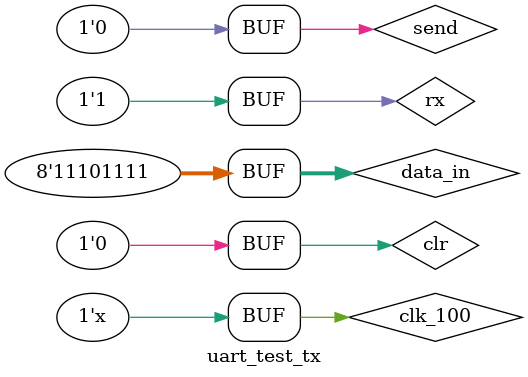
<source format=v>
`timescale 1ns / 1ps


module uart_test_tx;

	// Inputs
	reg clk_100;
	reg rx;
	reg [7:0] data_in;
	reg send;
	reg clr;

	// Outputs
	wire tx;
	wire led_rx;
	wire led_tx;
	wire [7:0] data_out;
	wire busy;
	wire ready;

	// Instantiate the Unit Under Test (UUT)
	uart uut (
		.clk_100(clk_100), 
		.tx(tx), 
		.rx(rx), 
		.led_rx(led_rx), 
		.led_tx(led_tx), 
		.data_in(data_in), 
		.data_out(data_out), 
		.send(send), 
		.busy(busy), 
		.clr(clr), 
		.ready(ready)
	);

	always begin
		#5 clk_100 = ~clk_100;
	end
	
	initial begin
		// Initialize Inputs
		clk_100 = 0;
		rx = 1;
		data_in = 0;
		clr = 0;
		send = 0;
		//
		//reset to finish 00100011
		#104160
		send = 1;
		#100
		data_in= 8'b00000000;
		
		#1000000
		data_in= 8'b11101111;
		#1000000
		send = 0;
		end
      
endmodule


</source>
